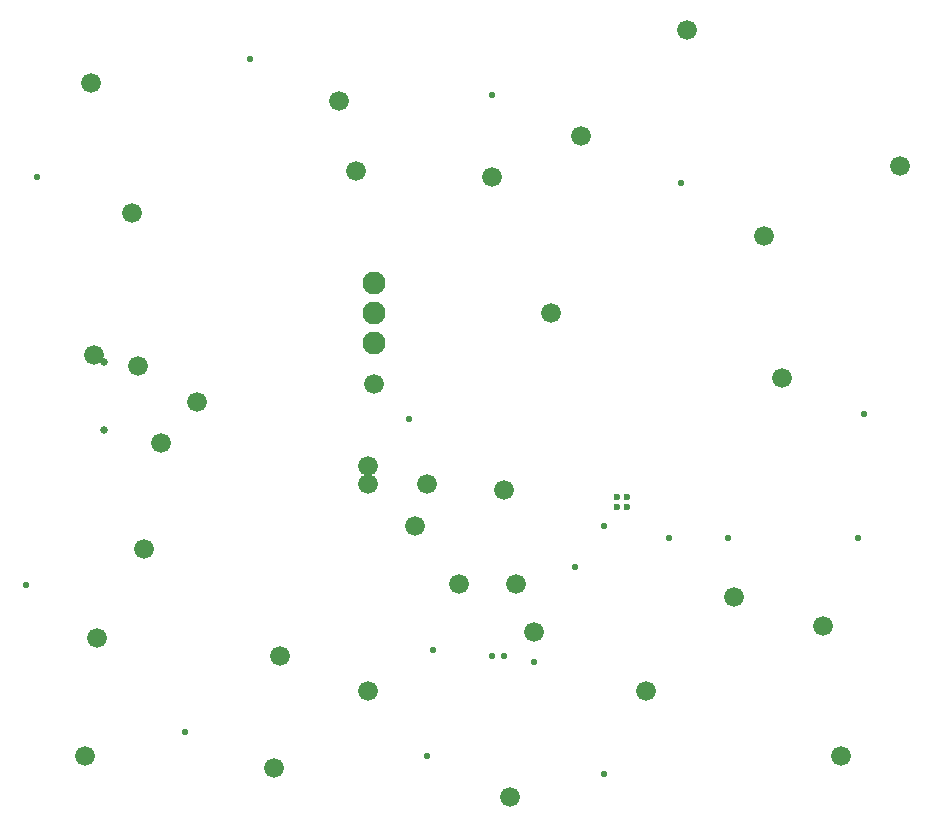
<source format=gbs>
G04*
G04 #@! TF.GenerationSoftware,Altium Limited,Altium Designer,24.9.1 (31)*
G04*
G04 Layer_Color=16711935*
%FSLAX44Y44*%
%MOMM*%
G71*
G04*
G04 #@! TF.SameCoordinates,E34D74D8-3647-4743-B869-721777AC5566*
G04*
G04*
G04 #@! TF.FilePolarity,Negative*
G04*
G01*
G75*
%ADD47C,0.6500*%
%ADD48C,1.9364*%
%ADD49C,1.6764*%
%ADD50C,0.5842*%
%ADD51C,0.6000*%
D47*
X866050Y801100D02*
D03*
Y858900D02*
D03*
D48*
X1095000Y925800D02*
D03*
Y900400D02*
D03*
Y875000D02*
D03*
D49*
X1400000Y660000D02*
D03*
X1090000Y580000D02*
D03*
X900000Y700000D02*
D03*
X1195000Y1015000D02*
D03*
X1080000Y1020000D02*
D03*
X855000Y1095000D02*
D03*
X850000Y525000D02*
D03*
X1490000D02*
D03*
X1540000Y1025000D02*
D03*
X1360000Y1140000D02*
D03*
X1090000Y755000D02*
D03*
X915000Y790000D02*
D03*
X857879Y864407D02*
D03*
X1090000Y770354D02*
D03*
X1215115Y670335D02*
D03*
X1166717Y670462D02*
D03*
X1130000Y720000D02*
D03*
X1140000Y755000D02*
D03*
X1205000Y750000D02*
D03*
X945000Y825000D02*
D03*
X1230000Y630000D02*
D03*
X1210000Y490000D02*
D03*
X895000Y855000D02*
D03*
X1010000Y515000D02*
D03*
X1015000Y610000D02*
D03*
X860000Y625000D02*
D03*
X1325000Y580000D02*
D03*
X1475000Y635000D02*
D03*
X1440000Y845000D02*
D03*
X1425000Y965000D02*
D03*
X1270000Y1050000D02*
D03*
X1065000Y1080000D02*
D03*
X890000Y985000D02*
D03*
X1245000Y900000D02*
D03*
X1095000Y840000D02*
D03*
D50*
X1230000Y605000D02*
D03*
X1290000Y510000D02*
D03*
X800000Y670000D02*
D03*
X935000Y545000D02*
D03*
X1140000Y525000D02*
D03*
X1505000Y710000D02*
D03*
X1510000Y815000D02*
D03*
X1355000Y1010000D02*
D03*
X1195000Y1085000D02*
D03*
X990000Y1115000D02*
D03*
X810000Y1015000D02*
D03*
X1395000Y710000D02*
D03*
X1345000D02*
D03*
X1265000Y685000D02*
D03*
X1290000Y720000D02*
D03*
X1205000Y610000D02*
D03*
X1195000D02*
D03*
X1145000Y615000D02*
D03*
X1125000Y810000D02*
D03*
D51*
X1309500Y735500D02*
D03*
X1300500D02*
D03*
X1309500Y744500D02*
D03*
X1300500D02*
D03*
M02*

</source>
